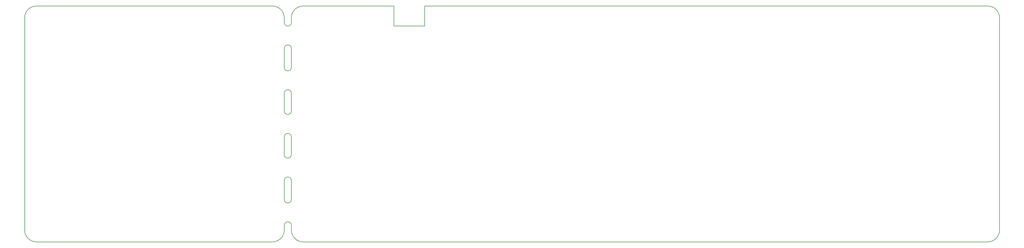
<source format=gbr>
G04 #@! TF.GenerationSoftware,KiCad,Pcbnew,(5.1.2-1)-1*
G04 #@! TF.CreationDate,2020-05-23T11:58:42-05:00*
G04 #@! TF.ProjectId,therick48.16SP_bottom_plate,74686572-6963-46b3-9438-2e313653505f,rev?*
G04 #@! TF.SameCoordinates,Original*
G04 #@! TF.FileFunction,Profile,NP*
%FSLAX46Y46*%
G04 Gerber Fmt 4.6, Leading zero omitted, Abs format (unit mm)*
G04 Created by KiCad (PCBNEW (5.1.2-1)-1) date 2020-05-23 11:58:42*
%MOMM*%
%LPD*%
G04 APERTURE LIST*
%ADD10C,0.150000*%
G04 APERTURE END LIST*
D10*
X60040000Y-112860000D02*
X60040000Y-44460000D01*
X143640000Y-111340000D02*
G75*
G02X145920000Y-111340000I1140000J0D01*
G01*
X145920000Y-102980000D02*
G75*
G02X143640000Y-102980000I-1140000J0D01*
G01*
X143640000Y-96900000D02*
G75*
G02X145920000Y-96900000I1140000J0D01*
G01*
X145920000Y-88540000D02*
G75*
G02X143640000Y-88540000I-1140000J0D01*
G01*
X143640000Y-82840000D02*
G75*
G02X145920000Y-82840000I1140000J0D01*
G01*
X145920000Y-74480000D02*
G75*
G02X143640000Y-74480000I-1140000J0D01*
G01*
X143640000Y-68780000D02*
G75*
G02X145920000Y-68780000I1140000J0D01*
G01*
X145920000Y-60420000D02*
G75*
G02X143640000Y-60420000I-1140000J0D01*
G01*
X143640000Y-54340000D02*
G75*
G02X145920000Y-54340000I1140000J0D01*
G01*
X145920000Y-45980000D02*
G75*
G02X143640000Y-45980000I-1140000J0D01*
G01*
X145920000Y-68780000D02*
X145920000Y-74480000D01*
X143640000Y-68780000D02*
X143640000Y-74480000D01*
X145920000Y-54340000D02*
X145920000Y-60420000D01*
X143640000Y-54340000D02*
X143640000Y-60420000D01*
X143640000Y-44460000D02*
X143640000Y-45980000D01*
X145920000Y-44460000D02*
X145920000Y-45980000D01*
X145920000Y-96900000D02*
X145920000Y-102980000D01*
X143640000Y-96900000D02*
X143640000Y-102980000D01*
X145920000Y-82840000D02*
X145920000Y-88540000D01*
X143640000Y-82840000D02*
X143640000Y-88540000D01*
X145920000Y-111340000D02*
X145920000Y-112860000D01*
X143640000Y-111340000D02*
X143640000Y-112860000D01*
X139840000Y-40660000D02*
X63840000Y-40660000D01*
X373920000Y-112860000D02*
X373920000Y-44460000D01*
X63840000Y-116660000D02*
X139840000Y-116660000D01*
X63840000Y-116660000D02*
G75*
G02X60040000Y-112860000I0J3800000D01*
G01*
X60040000Y-44460000D02*
G75*
G02X63840000Y-40660000I3800000J0D01*
G01*
X139840000Y-40660000D02*
G75*
G02X143640000Y-44460000I0J-3800000D01*
G01*
X143640000Y-112860000D02*
G75*
G02X139840000Y-116660000I-3800000J0D01*
G01*
X188860000Y-47119876D02*
X188860000Y-40660000D01*
X178979529Y-47119876D02*
X188859529Y-47119876D01*
X178980000Y-40660000D02*
X178980000Y-47119876D01*
X149720000Y-116660000D02*
X370120000Y-116660000D01*
X149720000Y-40660000D02*
X178980000Y-40660000D01*
X370120000Y-40660000D02*
X188860000Y-40660000D01*
X370120000Y-40660000D02*
G75*
G02X373920000Y-44460000I0J-3800000D01*
G01*
X373920000Y-112860000D02*
G75*
G02X370120000Y-116660000I-3800000J0D01*
G01*
X149720000Y-116660000D02*
G75*
G02X145920000Y-112860000I0J3800000D01*
G01*
X145920000Y-44460000D02*
G75*
G02X149720000Y-40660000I3800000J0D01*
G01*
M02*

</source>
